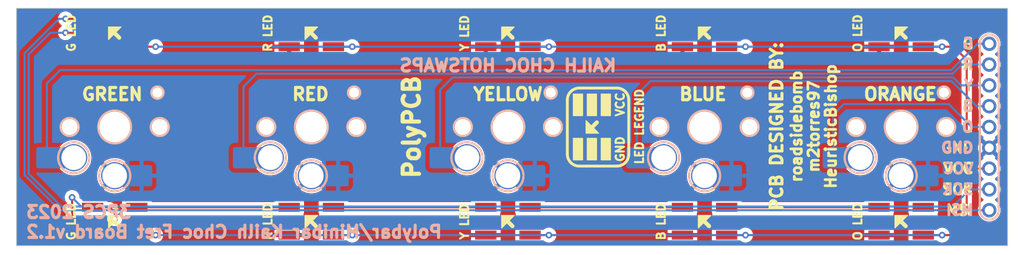
<source format=kicad_pcb>
(kicad_pcb (version 20221018) (generator pcbnew)
  (layers (0 "F.Cu" signal) (31 "B.Cu" signal) (34 "B.Paste" user) (35 "F.Paste" user) (36 "B.SilkS" user "B.Silkscreen") (37 "F.SilkS" user "F.Silkscreen") (38 "B.Mask" user) (39 "F.Mask" user) (44 "Edge.Cuts" user))
  (net 0 "")
  (net 1 "GND")
  (net 2 "Green")
  (net 3 "Red")
  (net 4 "Yellow")
  (net 5 "Blue")
  (net 6 "Orange")
  (net 7 "led_mosi")
  (net 8 "led_sck")
  (net 9 "VCC")
  (net 10 "Net-(D1-CO)")
  (net 11 "Net-(D1-DO)")
  (net 12 "Net-(D2-CO)")
  (net 13 "Net-(D2-DO)")
  (net 14 "Net-(D3-CO)")
  (net 15 "Net-(D3-DO)")
  (net 16 "Net-(D4-CO)")
  (net 17 "Net-(D4-DO)")
  (footprint "Controller_Inputs:LED_RGB_5050_DOTSTAR" (layer "F.Cu") (at 170 101.5)
    (fp_text reference "D5" hide)
    (fp_text value "orange_fret_led")
    (pad "1" smd rect (at -2.7 -1.7 90) (size 1.1 2.6) (layers "F.Cu" "F.Paste" "F.Mask") (net 17 "Net-(D4-DO)"))
    (pad "2" smd rect (at -2.7 0 90) (size 1.1 2.6) (layers "F.Cu" "F.Paste" "F.Mask") (net 16 "Net-(D4-CO)"))
    (pad "3" smd rect (at -2.7 1.7 90) (size 1.1 2.6) (layers "F.Cu" "F.Paste" "F.Mask") (net 1 "GND"))
    (pad "4" smd rect (at 2.7 1.7 90) (size 1.1 2.6) (layers "F.Cu" "F.Paste" "F.Mask") (net 9 "VCC"))
    (pad "5" smd rect (at 2.7 0 90) (size 1.1 2.6) (layers "F.Cu" "F.Paste" "F.Mask"))
    (pad "6" smd rect (at 2.7 -1.7 90) (size 1.1 2.6) (layers "F.Cu" "F.Paste" "F.Mask"))
  )
  (footprint "Controller_Inputs:LED_RGB_5050_DOTSTAR" (layer "F.Cu") (at 98 101.5)
    (fp_text reference "D2" hide)
    (fp_text value "red_fret_led")
    (pad "1" smd rect (at -2.7 -1.7 90) (size 1.1 2.6) (layers "F.Cu" "F.Paste" "F.Mask") (net 11 "Net-(D1-DO)"))
    (pad "2" smd rect (at -2.7 0 90) (size 1.1 2.6) (layers "F.Cu" "F.Paste" "F.Mask") (net 10 "Net-(D1-CO)"))
    (pad "3" smd rect (at -2.7 1.7 90) (size 1.1 2.6) (layers "F.Cu" "F.Paste" "F.Mask") (net 1 "GND"))
    (pad "4" smd rect (at 2.7 1.7 90) (size 1.1 2.6) (layers "F.Cu" "F.Paste" "F.Mask") (net 9 "VCC"))
    (pad "5" smd rect (at 2.7 0 90) (size 1.1 2.6) (layers "F.Cu" "F.Paste" "F.Mask") (net 12 "Net-(D2-CO)"))
    (pad "6" smd rect (at 2.7 -1.7 90) (size 1.1 2.6) (layers "F.Cu" "F.Paste" "F.Mask") (net 13 "Net-(D2-DO)"))
  )
  (footprint "Controller_Inputs:LED_RGB_5050_DOTSTAR" (layer "F.Cu") (at 122 101.5)
    (fp_text reference "D3" hide)
    (fp_text value "yellow_fret_led")
    (pad "1" smd rect (at -2.7 -1.7 90) (size 1.1 2.6) (layers "F.Cu" "F.Paste" "F.Mask") (net 13 "Net-(D2-DO)"))
    (pad "2" smd rect (at -2.7 0 90) (size 1.1 2.6) (layers "F.Cu" "F.Paste" "F.Mask") (net 12 "Net-(D2-CO)"))
    (pad "3" smd rect (at -2.7 1.7 90) (size 1.1 2.6) (layers "F.Cu" "F.Paste" "F.Mask") (net 1 "GND"))
    (pad "4" smd rect (at 2.7 1.7 90) (size 1.1 2.6) (layers "F.Cu" "F.Paste" "F.Mask") (net 9 "VCC"))
    (pad "5" smd rect (at 2.7 0 90) (size 1.1 2.6) (layers "F.Cu" "F.Paste" "F.Mask") (net 14 "Net-(D3-CO)"))
    (pad "6" smd rect (at 2.7 -1.7 90) (size 1.1 2.6) (layers "F.Cu" "F.Paste" "F.Mask") (net 15 "Net-(D3-DO)"))
  )
  (footprint "Controller_Inputs:LED_RGB_5050_DOTSTAR" (layer "F.Cu") (at 146 101.5)
    (fp_text reference "D4" hide)
    (fp_text value "blue_fret_led")
    (pad "1" smd rect (at -2.7 -1.7 90) (size 1.1 2.6) (layers "F.Cu" "F.Paste" "F.Mask") (net 15 "Net-(D3-DO)"))
    (pad "2" smd rect (at -2.7 0 90) (size 1.1 2.6) (layers "F.Cu" "F.Paste" "F.Mask") (net 14 "Net-(D3-CO)"))
    (pad "3" smd rect (at -2.7 1.7 90) (size 1.1 2.6) (layers "F.Cu" "F.Paste" "F.Mask") (net 1 "GND"))
    (pad "4" smd rect (at 2.7 1.7 90) (size 1.1 2.6) (layers "F.Cu" "F.Paste" "F.Mask") (net 9 "VCC"))
    (pad "5" smd rect (at 2.7 0 90) (size 1.1 2.6) (layers "F.Cu" "F.Paste" "F.Mask") (net 16 "Net-(D4-CO)"))
    (pad "6" smd rect (at 2.7 -1.7 90) (size 1.1 2.6) (layers "F.Cu" "F.Paste" "F.Mask") (net 17 "Net-(D4-DO)"))
  )
  (footprint "Controller_Inputs:Kailh_Hotswap_PG1350" (layer "F.Cu") (at 146 90)
    (fp_text reference "REF**" hide)
    (fp_text value "Kailh_socket_PG1350")
    (fp_circle (center -5.5 0) (end -4.4 0) (stroke (width 0.25)) (fill none) (layer "B.SilkS"))
    (fp_circle (center -5 3.75) (end -3.1 3.75) (stroke (width 0.25)) (fill none) (layer "B.SilkS"))
    (fp_circle (center 0 0) (end 2 0) (stroke (width 0.25)) (fill none) (layer "B.SilkS"))
    (fp_circle (center 0 5.95) (end 1.9 5.95) (stroke (width 0.25)) (fill none) (layer "B.SilkS"))
    (fp_circle (center 5.22 -4.2) (end 5.97 -4.2) (stroke (width 0.25)) (fill none) (layer "B.SilkS"))
    (fp_circle (center 5.5 0) (end 6.6 0) (stroke (width 0.25)) (fill none) (layer "B.SilkS"))
    (fp_circle (center -5.5 0) (end -4.4 0) (stroke (width 0.25)) (fill none) (layer "F.SilkS"))
    (fp_circle (center -5 3.75) (end -3.1 3.75) (stroke (width 0.25)) (fill none) (layer "F.SilkS"))
    (fp_circle (center 0 0) (end 2 0) (stroke (width 0.25)) (fill none) (layer "F.SilkS"))
    (fp_circle (center 0 5.95) (end 1.9 5.95) (stroke (width 0.25)) (fill none) (layer "F.SilkS"))
    (fp_circle (center 5.22 -4.2) (end 5.97 -4.2) (stroke (width 0.25)) (fill none) (layer "F.SilkS"))
    (fp_circle (center 5.5 0) (end 6.6 0) (stroke (width 0.25)) (fill none) (layer "F.SilkS"))
    (pad "" np_thru_hole circle (at -5.5 0) (size 1.7018 1.7018) (drill 1.7018) (layers "*.Cu" "*.Mask"))
    (pad "" np_thru_hole circle (at 0 0) (size 3.429 3.429) (drill 3.429) (layers "*.Cu" "*.Mask"))
    (pad "" np_thru_hole circle (at 5.22 -4.2) (size 0.9906 0.9906) (drill 0.9906) (layers "*.Cu" "*.Mask"))
    (pad "" np_thru_hole circle (at 5.5 0) (size 1.7018 1.7018) (drill 1.7018) (layers "*.Cu" "*.Mask"))
    (pad "1" thru_hole circle (at 0 5.95) (size 3.3 3.3) (drill 3) (layers "*.Cu" "*.Mask") (net 1 "GND"))
    (pad "1" smd rect (at 1.5475 5.95 180) (size 2.145 2.6) (layers "B.Cu") (net 1 "GND"))
    (pad "1" smd roundrect (at 3.275 5.95 180) (size 2.6 2.6) (layers "B.Cu" "B.Paste" "B.Mask") (roundrect_rratio 0.1) (net 1 "GND"))
    (pad "2" smd roundrect (at -8.275 3.75) (size 2.6 2.6) (layers "B.Cu" "B.Paste" "B.Mask") (roundrect_rratio 0.1) (net 5 "Blue"))
    (pad "2" smd rect (at -6.5475 3.75) (size 2.145 2.6) (layers "B.Cu") (net 5 "Blue"))
    (pad "2" thru_hole circle (at -5 3.75) (size 3.3 3.3) (drill 3) (layers "*.Cu" "*.Mask") (net 5 "Blue"))
  )
  (footprint "" (layer "F.Cu") (at 180.75 100.16 90)
    (fp_text reference "" (at -0.07 0 90) (layer "F.SilkS") (effects (font (size 1.27 1.27))))
    (fp_text value "" (at -0.07 0 90) (layer "F.SilkS") (effects (font (size 1.27 1.27))))
    (pad "" thru_hole circle (at 0 0 270) (size 1.7526 1.7526) (drill 1.0922) (layers "*.Cu" "*.Mask") (net 7 "led_mosi"))
  )
  (footprint "Controller_Inputs:LED_RGB_5050_DOTSTAR" (layer "F.Cu") (at 98 78.5)
    (fp_text reference "D2" hide)
    (fp_text value "red_fret_led")
    (pad "1" smd rect (at -2.7 -1.7 90) (size 1.1 2.6) (layers "F.Cu" "F.Paste" "F.Mask") (net 11 "Net-(D1-DO)"))
    (pad "2" smd rect (at -2.7 0 90) (size 1.1 2.6) (layers "F.Cu" "F.Paste" "F.Mask") (net 10 "Net-(D1-CO)"))
    (pad "3" smd rect (at -2.7 1.7 90) (size 1.1 2.6) (layers "F.Cu" "F.Paste" "F.Mask") (net 1 "GND"))
    (pad "4" smd rect (at 2.7 1.7 90) (size 1.1 2.6) (layers "F.Cu" "F.Paste" "F.Mask") (net 9 "VCC"))
    (pad "5" smd rect (at 2.7 0 90) (size 1.1 2.6) (layers "F.Cu" "F.Paste" "F.Mask") (net 12 "Net-(D2-CO)"))
    (pad "6" smd rect (at 2.7 -1.7 90) (size 1.1 2.6) (layers "F.Cu" "F.Paste" "F.Mask") (net 13 "Net-(D2-DO)"))
  )
  (footprint "Controller_Inputs:LED_RGB_5050_DOTSTAR" (layer "F.Cu") (at 74 101.5)
    (fp_text reference "D1" hide)
    (fp_text value "green_fret_led")
    (pad "1" smd rect (at -2.7 -1.7 90) (size 1.1 2.6) (layers "F.Cu" "F.Paste" "F.Mask") (net 7 "led_mosi"))
    (pad "2" smd rect (at -2.7 0 90) (size 1.1 2.6) (layers "F.Cu" "F.Paste" "F.Mask") (net 8 "led_sck"))
    (pad "3" smd rect (at -2.7 1.7 90) (size 1.1 2.6) (layers "F.Cu" "F.Paste" "F.Mask") (net 1 "GND"))
    (pad "4" smd rect (at 2.7 1.7 90) (size 1.1 2.6) (layers "F.Cu" "F.Paste" "F.Mask") (net 9 "VCC"))
    (pad "5" smd rect (at 2.7 0 90) (size 1.1 2.6) (layers "F.Cu" "F.Paste" "F.Mask") (net 10 "Net-(D1-CO)"))
    (pad "6" smd rect (at 2.7 -1.7 90) (size 1.1 2.6) (layers "F.Cu" "F.Paste" "F.Mask") (net 11 "Net-(D1-DO)"))
  )
  (footprint "Controller_Inputs:LED_RGB_5050_DOTSTAR" (layer "F.Cu") (at 146 78.5)
    (fp_text reference "D4" hide)
    (fp_text value "blue_fret_led")
    (pad "1" smd rect (at -2.7 -1.7 90) (size 1.1 2.6) (layers "F.Cu" "F.Paste" "F.Mask") (net 15 "Net-(D3-DO)"))
    (pad "2" smd rect (at -2.7 0 90) (size 1.1 2.6) (layers "F.Cu" "F.Paste" "F.Mask") (net 14 "Net-(D3-CO)"))
    (pad "3" smd rect (at -2.7 1.7 90) (size 1.1 2.6) (layers "F.Cu" "F.Paste" "F.Mask") (net 1 "GND"))
    (pad "4" smd rect (at 2.7 1.7 90) (size 1.1 2.6) (layers "F.Cu" "F.Paste" "F.Mask") (net 9 "VCC"))
    (pad "5" smd rect (at 2.7 0 90) (size 1.1 2.6) (layers "F.Cu" "F.Paste" "F.Mask") (net 16 "Net-(D4-CO)"))
    (pad "6" smd rect (at 2.7 -1.7 90) (size 1.1 2.6) (layers "F.Cu" "F.Paste" "F.Mask") (net 17 "Net-(D4-DO)"))
  )
  (footprint "Controller_Inputs:LED_RGB_5050_DOTSTAR" (layer "F.Cu") (at 170 78.5)
    (fp_text reference "D5" hide)
    (fp_text value "orange_fret_led")
    (pad "1" smd rect (at -2.7 -1.7 90) (size 1.1 2.6) (layers "F.Cu" "F.Paste" "F.Mask") (net 17 "Net-(D4-DO)"))
    (pad "2" smd rect (at -2.7 0 90) (size 1.1 2.6) (layers "F.Cu" "F.Paste" "F.Mask") (net 16 "Net-(D4-CO)"))
    (pad "3" smd rect (at -2.7 1.7 90) (size 1.1 2.6) (layers "F.Cu" "F.Paste" "F.Mask") (net 1 "GND"))
    (pad "4" smd rect (at 2.7 1.7 90) (size 1.1 2.6) (layers "F.Cu" "F.Paste" "F.Mask") (net 9 "VCC"))
    (pad "5" smd rect (at 2.7 0 90) (size 1.1 2.6) (layers "F.Cu" "F.Paste" "F.Mask"))
    (pad "6" smd rect (at 2.7 -1.7 90) (size 1.1 2.6) (layers "F.Cu" "F.Paste" "F.Mask"))
  )
  (footprint "Controller_Inputs:LED_RGB_5050_DOTSTAR" (layer "F.Cu") (at 74 78.5)
    (fp_text reference "D1" hide)
    (fp_text value "green_fret_led")
    (pad "1" smd rect (at -2.7 -1.7 90) (size 1.1 2.6) (layers "F.Cu" "F.Paste" "F.Mask") (net 7 "led_mosi"))
    (pad "2" smd rect (at -2.7 0 90) (size 1.1 2.6) (layers "F.Cu" "F.Paste" "F.Mask") (net 8 "led_sck"))
    (pad "3" smd rect (at -2.7 1.7 90) (size 1.1 2.6) (layers "F.Cu" "F.Paste" "F.Mask") (net 1 "GND"))
    (pad "4" smd rect (at 2.7 1.7 90) (size 1.1 2.6) (layers "F.Cu" "F.Paste" "F.Mask") (net 9 "VCC"))
    (pad "5" smd rect (at 2.7 0 90) (size 1.1 2.6) (layers "F.Cu" "F.Paste" "F.Mask") (net 10 "Net-(D1-CO)"))
    (pad "6" smd rect (at 2.7 -1.7 90) (size 1.1 2.6) (layers "F.Cu" "F.Paste" "F.Mask") (net 11 "Net-(D1-DO)"))
  )
  (footprint "" (layer "F.Cu") (at 180.75 90 90)
    (fp_text reference "" (at -0.07 0 90) (layer "F.SilkS") (effects (font (size 1.27 1.27))))
    (fp_text value "" (at -0.07 0 90) (layer "F.SilkS") (effects (font (size 1.27 1.27))))
    (pad "" thru_hole circle (at 0 0 270) (size 1.7526 1.7526) (drill 1.0922) (layers "*.Cu" "*.Mask") (net 6 "Orange"))
  )
  (footprint "" (layer "F.Cu") (at 180.75 95.08 90)
    (fp_text reference "" (at -0.07 0 90) (layer "F.SilkS") (effects (font (size 1.27 1.27))))
    (fp_text value "" (at -0.07 0 90) (layer "F.SilkS") (effects (font (size 1.27 1.27))))
    (pad "" thru_hole circle (at 0 0 270) (size 1.7526 1.7526) (drill 1.0922) (layers "*.Cu" "*.Mask") (net 9 "VCC"))
  )
  (footprint "Controller_Inputs:Kailh_Hotswap_PG1350" (layer "F.Cu") (at 122 90)
    (fp_text reference "REF**" hide)
    (fp_text value "Kailh_socket_PG1350")
    (fp_circle (center -5.5 0) (end -4.4 0) (stroke (width 0.25)) (fill none) (layer "B.SilkS"))
    (fp_circle (center -5 3.75) (end -3.1 3.75) (stroke (width 0.25)) (fill none) (layer "B.SilkS"))
    (fp_circle (center 0 0) (end 2 0) (stroke (width 0.25)) (fill none) (layer "B.SilkS"))
    (fp_circle (center 0 5.95) (end 1.9 5.95) (stroke (width 0.25)) (fill none) (layer "B.SilkS"))
    (fp_circle (center 5.22 -4.2) (end 5.97 -4.2) (stroke (width 0.25)) (fill none) (layer "B.SilkS"))
    (fp_circle (center 5.5 0) (end 6.6 0) (stroke (width 0.25)) (fill none) (layer "B.SilkS"))
    (fp_circle (center -5.5 0) (end -4.4 0) (stroke (width 0.25)) (fill none) (layer "F.SilkS"))
    (fp_circle (center -5 3.75) (end -3.1 3.75) (stroke (width 0.25)) (fill none) (layer "F.SilkS"))
    (fp_circle (center 0 0) (end 2 0) (stroke (width 0.25)) (fill none) (layer "F.SilkS"))
    (fp_circle (center 0 5.95) (end 1.9 5.95) (stroke (width 0.25)) (fill none) (layer "F.SilkS"))
    (fp_circle (center 5.22 -4.2) (end 5.97 -4.2) (stroke (width 0.25)) (fill none) (layer "F.SilkS"))
    (fp_circle (center 5.5 0) (end 6.6 0) (stroke (width 0.25)) (fill none) (layer "F.SilkS"))
    (pad "" np_thru_hole circle (at -5.5 0) (size 1.7018 1.7018) (drill 1.7018) (layers "*.Cu" "*.Mask"))
    (pad "" np_thru_hole circle (at 0 0) (size 3.429 3.429) (drill 3.429) (layers "*.Cu" "*.Mask"))
    (pad "" np_thru_hole circle (at 5.22 -4.2) (size 0.9906 0.9906) (drill 0.9906) (layers "*.Cu" "*.Mask"))
    (pad "" np_thru_hole circle (at 5.5 0) (size 1.7018 1.7018) (drill 1.7018) (layers "*.Cu" "*.Mask"))
    (pad "1" thru_hole circle (at 0 5.95) (size 3.3 3.3) (drill 3) (layers "*.Cu" "*.Mask") (net 1 "GND"))
    (pad "1" smd rect (at 1.5475 5.95 180) (size 2.145 2.6) (layers "B.Cu") (net 1 "GND"))
    (pad "1" smd roundrect (at 3.275 5.95 180) (size 2.6 2.6) (layers "B.Cu" "B.Paste" "B.Mask") (roundrect_rratio 0.1) (net 1 "GND"))
    (pad "2" smd roundrect (at -8.275 3.75) (size 2.6 2.6) (layers "B.Cu" "B.Paste" "B.Mask") (roundrect_rratio 0.1) (net 4 "Yellow"))
    (pad "2" smd rect (at -6.5475 3.75) (size 2.145 2.6) (layers "B.Cu") (net 4 "Yellow"))
    (pad "2" thru_hole circle (at -5 3.75) (size 3.3 3.3) (drill 3) (layers "*.Cu" "*.Mask") (net 4 "Yellow"))
  )
  (footprint "Controller_Inputs:Kailh_Hotswap_PG1350" (layer "F.Cu") (at 74 90)
    (fp_text reference "REF**" hide)
    (fp_text value "Kailh_socket_PG1350")
    (fp_circle (center -5.5 0) (end -4.4 0) (stroke (width 0.25)) (fill none) (layer "B.SilkS"))
    (fp_circle (center -5 3.75) (end -3.1 3.75) (stroke (width 0.25)) (fill none) (layer "B.SilkS"))
    (fp_circle (center 0 0) (end 2 0) (stroke (width 0.25)) (fill none) (layer "B.SilkS"))
    (fp_circle (center 0 5.95) (end 1.9 5.95) (stroke (width 0.25)) (fill none) (layer "B.SilkS"))
    (fp_circle (center 5.22 -4.2) (end 5.97 -4.2) (stroke (width 0.25)) (fill none) (layer "B.SilkS"))
    (fp_circle (center 5.5 0) (end 6.6 0) (stroke (width 0.25)) (fill none) (layer "B.SilkS"))
    (fp_circle (center -5.5 0) (end -4.4 0) (stroke (width 0.25)) (fill none) (layer "F.SilkS"))
    (fp_circle (center -5 3.75) (end -3.1 3.75) (stroke (width 0.25)) (fill none) (layer "F.SilkS"))
    (fp_circle (center 0 0) (end 2 0) (stroke (width 0.25)) (fill none) (layer "F.SilkS"))
    (fp_circle (center 0 5.95) (end 1.9 5.95) (stroke (width 0.25)) (fill none) (layer "F.SilkS"))
    (fp_circle (center 5.22 -4.2) (end 5.97 -4.2) (stroke (width 0.25)) (fill none) (layer "F.SilkS"))
    (fp_circle (center 5.5 0) (end 6.6 0) (stroke (width 0.25)) (fill none) (layer "F.SilkS"))
    (pad "" np_thru_hole circle (at -5.5 0) (size 1.7018 1.7018) (drill 1.7018) (layers "*.Cu" "*.Mask"))
    (pad "" np_thru_hole circle (at 0 0) (size 3.429 3.429) (drill 3.429) (layers "*.Cu" "*.Mask"))
    (pad "" np_thru_hole circle (at 5.22 -4.2) (size 0.9906 0.9906) (drill 0.9906) (layers "*.Cu" "*.Mask"))
    (pad "" np_thru_hole circle (at 5.5 0) (size 1.7018 1.7018) (drill 1.7018) (layers "*.Cu" "*.Mask"))
    (pad "1" thru_hole circle (at 0 5.95) (size 3.3 3.3) (drill 3) (layers "*.Cu" "*.Mask") (net 1 "GND"))
    (pad "1" smd rect (at 1.5475 5.95 180) (size 2.145 2.6) (layers "B.Cu") (net 1 "GND"))
    (pad "1" smd roundrect (at 3.275 5.95 180) (size 2.6 2.6) (layers "B.Cu" "B.Paste" "B.Mask") (roundrect_rratio 0.1) (net 1 "GND"))
    (pad "2" smd roundrect (at -8.275 3.75) (size 2.6 2.6) (layers "B.Cu" "B.Paste" "B.Mask") (roundrect_rratio 0.1) (net 2 "Green"))
    (pad "2" smd rect (at -6.5475 3.75) (size 2.145 2.6) (layers "B.Cu") (net 2 "Green"))
    (pad "2" thru_hole circle (at -5 3.75) (size 3.3 3.3) (drill 3) (layers "*.Cu" "*.Mask") (net 2 "Green"))
  )
  (footprint "" (layer "F.Cu") (at 180.75 92.54 90)
    (fp_text reference "" (at -0.07 0 90) (layer "F.SilkS") (effects (font (size 1.27 1.27))))
    (fp_text value "" (at -0.07 0 90) (layer "F.SilkS") (effects (font (size 1.27 1.27))))
    (pad "" thru_hole circle (at 0 0 270) (size 1.7526 1.7526) (drill 1.0922) (layers "*.Cu" "*.Mask") (net 1 "GND"))
  )
  (footprint "Controller_Inputs:Kailh_Hotswap_PG1350" (layer "F.Cu") (at 98 90)
    (fp_text reference "REF**" hide)
    (fp_text value "Kailh_socket_PG1350")
    (fp_circle (center -5.5 0) (end -4.4 0) (stroke (width 0.25)) (fill none) (layer "B.SilkS"))
    (fp_circle (center -5 3.75) (end -3.1 3.75) (stroke (width 0.25)) (fill none) (layer "B.SilkS"))
    (fp_circle (center 0 0) (end 2 0) (stroke (width 0.25)) (fill none) (layer "B.SilkS"))
    (fp_circle (center 0 5.95) (end 1.9 5.95) (stroke (width 0.25)) (fill none) (layer "B.SilkS"))
    (fp_circle (center 5.22 -4.2) (end 5.97 -4.2) (stroke (width 0.25)) (fill none) (layer "B.SilkS"))
    (fp_circle (center 5.5 0) (end 6.6 0) (stroke (width 0.25)) (fill none) (layer "B.SilkS"))
    (fp_circle (center -5.5 0) (end -4.4 0) (stroke (width 0.25)) (fill none) (layer "F.SilkS"))
    (fp_circle (center -5 3.75) (end -3.1 3.75) (stroke (width 0.25)) (fill none) (layer "F.SilkS"))
    (fp_circle (center 0 0) (end 2 0) (stroke (width 0.25)) (fill none) (layer "F.SilkS"))
    (fp_circle (center 0 5.95) (end 1.9 5.95) (stroke (width 0.25)) (fill none) (layer "F.SilkS"))
    (fp_circle (center 5.22 -4.2) (end 5.97 -4.2) (stroke (width 0.25)) (fill none) (layer "F.SilkS"))
    (fp_circle (center 5.5 0) (end 6.6 0) (stroke (width 0.25)) (fill none) (layer "F.SilkS"))
    (pad "" np_thru_hole circle (at -5.5 0) (size 1.7018 1.7018) (drill 1.7018) (layers "*.Cu" "*.Mask"))
    (pad "" np_thru_hole circle (at 0 0) (size 3.429 3.429) (drill 3.429) (layers "*.Cu" "*.Mask"))
    (pad "" np_thru_hole circle (at 5.22 -4.2) (size 0.9906 0.9906) (drill 0.9906) (layers "*.Cu" "*.Mask"))
    (pad "" np_thru_hole circle (at 5.5 0) (size 1.7018 1.7018) (drill 1.7018) (layers "*.Cu" "*.Mask"))
    (pad "1" thru_hole circle (at 0 5.95) (size 3.3 3.3) (drill 3) (layers "*.Cu" "*.Mask") (net 1 "GND"))
    (pad "1" smd rect (at 1.5475 5.95 180) (size 2.145 2.6) (layers "B.Cu") (net 1 "GND"))
    (pad "1" smd roundrect (at 3.275 5.95 180) (size 2.6 2.6) (layers "B.Cu" "B.Paste" "B.Mask") (roundrect_rratio 0.1) (net 1 "GND"))
    (pad "2" smd roundrect (at -8.275 3.75) (size 2.6 2.6) (layers "B.Cu" "B.Paste" "B.Mask") (roundrect_rratio 0.1) (net 3 "Red"))
    (pad "2" smd rect (at -6.5475 3.75) (size 2.145 2.6) (layers "B.Cu") (net 3 "Red"))
    (pad "2" thru_hole circle (at -5 3.75) (size 3.3 3.3) (drill 3) (layers "*.Cu" "*.Mask") (net 3 "Red"))
  )
  (footprint "" (layer "F.Cu") (at 180.75 97.62 90)
    (fp_text reference "" (at -0.07 0 90) (layer "F.SilkS") (effects (font (size 1.27 1.27))))
    (fp_text value "" (at -0.07 0 90) (layer "F.SilkS") (effects (font (size 1.27 1.27))))
    (pad "" thru_hole circle (at 0 0 270) (size 1.7526 1.7526) (drill 1.0922) (layers "*.Cu" "*.Mask") (net 8 "led_sck"))
  )
  (footprint "Controller_Inputs:LED_RGB_5050_DOTSTAR" (layer "F.Cu") (at 122 78.5)
    (fp_text reference "D3" hide)
    (fp_text value "yellow_fret_led")
    (pad "1" smd rect (at -2.7 -1.7 90) (size 1.1 2.6) (layers "F.Cu" "F.Paste" "F.Mask") (net 13 "Net-(D2-DO)"))
    (pad "2" smd rect (at -2.7 0 90) (size 1.1 2.6) (layers "F.Cu" "F.Paste" "F.Mask") (net 12 "Net-(D2-CO)"))
    (pad "3" smd rect (at -2.7 1.7 90) (size 1.1 2.6) (layers "F.Cu" "F.Paste" "F.Mask") (net 1 "GND"))
    (pad "4" smd rect (at 2.7 1.7 90) (size 1.1 2.6) (layers "F.Cu" "F.Paste" "F.Mask") (net 9 "VCC"))
    (pad "5" smd rect (at 2.7 0 90) (size 1.1 2.6) (layers "F.Cu" "F.Paste" "F.Mask") (net 14 "Net-(D3-CO)"))
    (pad "6" smd rect (at 2.7 -1.7 90) (size 1.1 2.6) (layers "F.Cu" "F.Paste" "F.Mask") (net 15 "Net-(D3-DO)"))
  )
  (footprint "" (layer "F.Cu") (at 180.75 87.46 90)
    (fp_text reference "" (at -0.07 0 90) (layer "F.SilkS") (effects (font (size 1.27 1.27))))
    (fp_text value "" (at -0.07 0 90) (layer "F.SilkS") (effects (font (size 1.27 1.27))))
    (pad "" thru_hole circle (at 0 0 270) (size 1.7526 1.7526) (drill 1.0922) (layers "*.Cu" "*.Mask") (net 5 "Blue"))
  )
  (footprint "Controller_Inputs:Kailh_Hotswap_PG1350" (layer "F.Cu") (at 170 90)
    (fp_text reference "REF**" hide)
    (fp_text value "Kailh_socket_PG1350")
    (fp_circle (center -5.5 0) (end -4.4 0) (stroke (width 0.25)) (fill none) (layer "B.SilkS"))
    (fp_circle (center -5 3.75) (end -3.1 3.75) (stroke (width 0.25)) (fill none) (layer "B.SilkS"))
    (fp_circle (center 0 0) (end 2 0) (stroke (width 0.25)) (fill none) (layer "B.SilkS"))
    (fp_circle (center 0 5.95) (end 1.9 5.95) (stroke (width 0.25)) (fill none) (layer "B.SilkS"))
    (fp_circle (center 5.22 -4.2) (end 5.97 -4.2) (stroke (width 0.25)) (fill none) (layer "B.SilkS"))
    (fp_circle (center 5.5 0) (end 6.6 0) (stroke (width 0.25)) (fill none) (layer "B.SilkS"))
    (fp_circle (center -5.5 0) (end -4.4 0) (stroke (width 0.25)) (fill none) (layer "F.SilkS"))
    (fp_circle (center -5 3.75) (end -3.1 3.75) (stroke (width 0.25)) (fill none) (layer "F.SilkS"))
    (fp_circle (center 0 0) (end 2 0) (stroke (width 0.25)) (fill none) (layer "F.SilkS"))
    (fp_circle (center 0 5.95) (end 1.9 5.95) (stroke (width 0.25)) (fill none) (layer "F.SilkS"))
    (fp_circle (center 5.22 -4.2) (end 5.97 -4.2) (stroke (width 0.25)) (fill none) (layer "F.SilkS"))
    (fp_circle (center 5.5 0) (end 6.6 0) (stroke (width 0.25)) (fill none) (layer "F.SilkS"))
    (pad "" np_thru_hole circle (at -5.5 0) (size 1.7018 1.7018) (drill 1.7018) (layers "*.Cu" "*.Mask"))
    (pad "" np_thru_hole circle (at 0 0) (size 3.429 3.429) (drill 3.429) (layers "*.Cu" "*.Mask"))
    (pad "" np_thru_hole circle (at 5.22 -4.2) (size 0.9906 0.9906) (drill 0.9906) (layers "F&B.Cu" "*.Mask"))
    (pad "" np_thru_hole circle (at 5.5 0) (size 1.7018 1.7018) (drill 1.7018) (layers "*.Cu" "*.Mask"))
    (pad "1" thru_hole circle (at 0 5.95) (size 3.3 3.3) (drill 3) (layers "*.Cu" "*.Mask") (net 1 "GND"))
    (pad "1" smd rect (at 1.5475 5.95 180) (size 2.145 2.6) (layers "B.Cu") (net 1 "GND"))
    (pad "1" smd roundrect (at 3.275 5.95 180) (size 2.6 2.6) (layers "B.Cu" "B.Paste" "B.Mask") (roundrect_rratio 0.1) (net 1 "GND"))
    (pad "2" smd roundrect (at -8.275 3.75) (size 2.6 2.6) (layers "B.Cu" "B.Paste" "B.Mask") (roundrect_rratio 0.1) (net 6 "Orange"))
    (pad "2" smd rect (at -6.5475 3.75) (size 2.145 2.6) (layers "B.Cu") (net 6 "Orange"))
    (pad "2" thru_hole circle (at -5 3.75) (size 3.3 3.3) (drill 3) (layers "*.Cu" "*.Mask") (net 6 "Orange"))
  )
  (footprint "" (layer "F.Cu") (at 180.75 84.92 90)
    (fp_text reference "" (at -0.07 0 90) (layer "F.SilkS") (effects (font (size 1.27 1.27))))
    (fp_text value "" (at -0.07 0 90) (layer "F.SilkS") (effects (font (size 1.27 1.27))))
    (pad "" thru_hole circle (at 0 0 270) (size 1.7526 1.7526) (drill 1.0922) (layers "*.Cu" "*.Mask") (net 4 "Yellow"))
  )
  (footprint "" (layer "F.Cu") (at 180.75 79.84 90)
    (fp_text reference "" (at -0.07 0 90) (layer "F.SilkS") (effects (font (size 1.27 1.27))))
    (fp_text value "" (at -0.07 0 90) (layer "F.SilkS") (effects (font (size 1.27 1.27))))
    (pad "" thru_hole circle (at 0 0 270) (size 1.7526 1.7526) (drill 1.0922) (layers "*.Cu" "*.Mask") (net 2 "Green"))
  )
  (footprint "" (layer "F.Cu") (at 180.75 82.38 90)
    (fp_text reference "" (at -0.07 0 90) (layer "F.SilkS") (effects (font (size 1.27 1.27))))
    (fp_text value "" (at -0.07 0 90) (layer "F.SilkS") (effects (font (size 1.27 1.27))))
    (pad "" thru_hole circle (at 0 0 270) (size 1.7526 1.7526) (drill 1.0922) (layers "*.Cu" "*.Mask") (net 3 "Red"))
  )
  (gr_line (start 181.91 100.16) (end 181.91 79.84) (stroke (width 0.25)) (layer "B.SilkS"))
  (gr_arc (start 179.61 79.84) (mid 180.76 78.69) (end 181.91 79.84) (stroke (width 0.25)) (layer "B.SilkS"))
  (gr_arc (start 181.91 100.16) (mid 180.76 101.31) (end 179.61 100.16) (stroke (width 0.25)) (layer "B.SilkS"))
  (gr_line (start 179.61 100.16) (end 179.61 79.84) (stroke (width 0.25)) (layer "B.SilkS"))
  (gr_line (start 145.25 100.8) (end 146.75 100.8) (stroke (width 0.12)) (layer "F.SilkS"))
  (gr_poly (pts (xy 169.25 102.3) (xy 169.25 100.8) (xy 170.75 100.8)) (stroke (width 0.12)) (fill solid) (layer "F.SilkS"))
  (gr_line (start 169.25 77.8) (end 170.75 77.8) (stroke (width 0.12)) (layer "F.SilkS"))
  (gr_poly (pts (xy 97.25 79.3) (xy 97.25 77.8) (xy 98.75 77.8)) (stroke (width 0.12)) (fill solid) (layer "F.SilkS"))
  (gr_poly (pts (xy 133.05 90.75) (xy 131.55 90.75) (xy 131.55 89.25)) (stroke (width 0.12)) (fill solid) (layer "F.SilkS"))
  (gr_line (start 169.25 100.8) (end 170.75 100.8) (stroke (width 0.12)) (layer "F.SilkS"))
  (gr_line (start 121.875 78.425) (end 122.55 79.1) (stroke (width 0.5)) (layer "F.SilkS"))
  (gr_line (start 121.25 77.8) (end 122.75 77.8) (stroke (width 0.12)) (layer "F.SilkS"))
  (gr_line (start 130.7 85.25) (end 135.3 85.25) (stroke (width 0.35)) (layer "F.SilkS"))
  (gr_line (start 73.25 102.3) (end 73.25 100.8) (stroke (width 0.12)) (layer "F.SilkS"))
  (gr_line (start 131.55 89.25) (end 133.05 90.75) (stroke (width 0.12)) (layer "F.SilkS"))
  (gr_rect (start 130 91.4) (end 131.1 94) (stroke (width 0.15)) (fill solid) (layer "F.SilkS"))
  (gr_line (start 132.175 90.125) (end 132.85 89.45) (stroke (width 0.5)) (layer "F.SilkS"))
  (gr_line (start 145.25 102.3) (end 145.25 100.8) (stroke (width 0.12)) (layer "F.SilkS"))
  (gr_line (start 73.25 79.3) (end 73.25 77.8) (stroke (width 0.12)) (layer "F.SilkS"))
  (gr_line (start 169.25 102.3) (end 169.25 100.8) (stroke (width 0.12)) (layer "F.SilkS"))
  (gr_line (start 121.875 101.425) (end 122.55 102.1) (stroke (width 0.5)) (layer "F.SilkS"))
  (gr_arc (start 181.9 100.16) (mid 180.75 101.31) (end 179.6 100.16) (stroke (width 0.25)) (layer "F.SilkS"))
  (gr_line (start 179.6 79.84) (end 179.6 100.16) (stroke (width 0.25)) (layer "F.SilkS"))
  (gr_poly (pts (xy 145.25 102.3) (xy 145.25 100.8) (xy 146.75 100.8)) (stroke (width 0.12)) (fill solid) (layer "F.SilkS"))
  (gr_line (start 73.25 100.8) (end 74.75 100.8) (stroke (width 0.12)) (layer "F.SilkS"))
  (gr_poly (pts (xy 145.25 79.3) (xy 145.25 77.8) (xy 146.75 77.8)) (stroke (width 0.12)) (fill solid) (layer "F.SilkS"))
  (gr_arc (start 135.3 85.25) (mid 136.325305 85.674695) (end 136.75 86.7) (stroke (width 0.35)) (layer "F.SilkS"))
  (gr_line (start 170.75 77.8) (end 169.25 79.3) (stroke (width 0.12)) (layer "F.SilkS"))
  (gr_arc (start 179.6 79.84) (mid 180.75 78.69) (end 181.9 79.84) (stroke (width 0.25)) (layer "F.SilkS"))
  (gr_poly (pts (xy 169.25 79.3) (xy 169.25 77.8) (xy 170.75 77.8)) (stroke (width 0.12)) (fill solid) (layer "F.SilkS"))
  (gr_line (start 181.9 79.84) (end 181.9 100.16) (stroke (width 0.25)) (layer "F.SilkS"))
  (gr_poly (pts (xy 97.25 102.3) (xy 97.25 100.8) (xy 98.75 100.8)) (stroke (width 0.12)) (fill solid) (layer "F.SilkS"))
  (gr_line (start 145.25 77.8) (end 146.75 77.8) (stroke (width 0.12)) (layer "F.SilkS"))
  (gr_line (start 130.7 94.7754) (end 135.3 94.7754) (stroke (width 0.35)) (layer "F.SilkS"))
  (gr_line (start 74.75 100.8) (end 73.25 102.3) (stroke (width 0.12)) (layer "F.SilkS"))
  (gr_rect (start 133.4 91.4) (end 134.5 94) (stroke (width 0.15)) (fill solid) (layer "F.SilkS"))
  (gr_line (start 73.25 77.8) (end 74.75 77.8) (stroke (width 0.12)) (layer "F.SilkS"))
  (gr_line (start 145.25 79.3) (end 145.25 77.8) (stroke (width 0.12)) (layer "F.SilkS"))
  (gr_line (start 121.25 102.3) (end 121.25 100.8) (stroke (width 0.12)) (layer "F.SilkS"))
  (gr_line (start 146.75 100.8) (end 145.25 102.3) (stroke (width 0.12)) (layer "F.SilkS"))
  (gr_line (start 122.75 100.8) (end 121.25 102.3) (stroke (width 0.12)) (layer "F.SilkS"))
  (gr_line (start 74.75 77.8) (end 73.25 79.3) (stroke (width 0.12)) (layer "F.SilkS"))
  (gr_line (start 169.875 78.425) (end 170.55 79.1) (stroke (width 0.5)) (layer "F.SilkS"))
  (gr_line (start 136.75 93.3254) (end 136.75 86.7) (stroke (width 0.35)) (layer "F.SilkS"))
  (gr_line (start 121.25 79.3) (end 121.25 77.8) (stroke (width 0.12)) (layer "F.SilkS"))
  (gr_line (start 97.25 102.3) (end 97.25 100.8) (stroke (width 0.12)) (layer "F.SilkS"))
  (gr_arc (start 130.7 94.7754) (mid 129.674695 94.350705) (end 129.25 93.3254) (stroke (width 0.35)) (layer "F.SilkS"))
  (gr_rect (start 133.4 86) (end 134.5 88.6) (stroke (width 0.15)) (fill solid) (layer "F.SilkS"))
  (gr_line (start 133.05 90.75) (end 131.55 90.75) (stroke (width 0.12)) (layer "F.SilkS"))
  (gr_line (start 129.25 86.7) (end 129.25 93.3254) (stroke (width 0.35)) (layer "F.SilkS"))
  (gr_line (start 170.75 100.8) (end 169.25 102.3) (stroke (width 0.12)) (layer "F.SilkS"))
  (gr_line (start 98.75 100.8) (end 97.25 102.3) (stroke (width 0.12)) (layer "F.SilkS"))
  (gr_rect (start 131.7 86) (end 132.8 88.6) (stroke (width 0.15)) (fill solid) (layer "F.SilkS"))
  (gr_line (start 97.25 79.3) (end 97.25 77.8) (stroke (width 0.12)) (layer "F.SilkS"))
  (gr_line (start 97.875 78.425) (end 98.55 79.1) (stroke (width 0.5)) (layer "F.SilkS"))
  (gr_poly (pts (xy 121.25 79.3) (xy 121.25 77.8) (xy 122.75 77.8)) (stroke (width 0.12)) (fill solid) (layer "F.SilkS"))
  (gr_line (start 145.875 101.425) (end 146.55 102.1) (stroke (width 0.5)) (layer "F.SilkS"))
  (gr_line (start 145.875 78.425) (end 146.55 79.1) (stroke (width 0.5)) (layer "F.SilkS"))
  (gr_line (start 122.75 77.8) (end 121.25 79.3) (stroke (width 0.12)) (layer "F.SilkS"))
  (gr_poly (pts (xy 73.25 102.3) (xy 73.25 100.8) (xy 74.75 100.8)) (stroke (width 0.12)) (fill solid) (layer "F.SilkS"))
  (gr_arc (start 136.75 93.3254) (mid 136.325305 94.350705) (end 135.3 94.7754) (stroke (width 0.35)) (layer "F.SilkS"))
  (gr_line (start 169.875 101.425) (end 170.55 102.1) (stroke (width 0.5)) (layer "F.SilkS"))
  (gr_poly (pts (xy 121.25 102.3) (xy 121.25 100.8) (xy 122.75 100.8)) (stroke (width 0.12)) (fill solid) (layer "F.SilkS"))
  (gr_line (start 73.875 101.425) (end 74.55 102.1) (stroke (width 0.5)) (layer "F.SilkS"))
  (gr_line (start 169.25 79.3) (end 169.25 77.8) (stroke (width 0.12)) (layer "F.SilkS"))
  (gr_line (start 98.75 77.8) (end 97.25 79.3) (stroke (width 0.12)) (layer "F.SilkS"))
  (gr_line (start 146.75 77.8) (end 145.25 79.3) (stroke (width 0.12)) (layer "F.SilkS"))
  (gr_line (start 97.25 77.8) (end 98.75 77.8) (stroke (width 0.12)) (layer "F.SilkS"))
  (gr_rect (start 130 86) (end 131.1 88.6) (stroke (width 0.15)) (fill solid) (layer "F.SilkS"))
  (gr_line (start 97.875 101.425) (end 98.55 102.1) (stroke (width 0.5)) (layer "F.SilkS"))
  (gr_line (start 121.25 100.8) (end 122.75 100.8) (stroke (width 0.12)) (layer "F.SilkS"))
  (gr_arc (start 129.25 86.7) (mid 129.674695 85.674695) (end 130.7 85.25) (stroke (width 0.35)) (layer "F.SilkS"))
  (gr_poly (pts (xy 73.25 79.3) (xy 73.25 77.8) (xy 74.75 77.8)) (stroke (width 0.12)) (fill solid) (layer "F.SilkS"))
  (gr_line (start 73.875 78.425) (end 74.55 79.1) (stroke (width 0.5)) (layer "F.SilkS"))
  (gr_line (start 131.55 90.75) (end 131.55 89.25) (stroke (width 0.12)) (layer "F.SilkS"))
  (gr_line (start 97.25 100.8) (end 98.75 100.8) (stroke (width 0.12)) (layer "F.SilkS"))
  (gr_rect (start 131.7 91.4) (end 132.8 94) (stroke (width 0.15)) (fill solid) (layer "F.SilkS"))
  (gr_line (start 183 75.5) (end 183 104.5) (stroke (width 0.1)) (layer "Edge.Cuts"))
  (gr_line (start 62 104.5) (end 62 75.5) (stroke (width 0.1)) (layer "Edge.Cuts"))
  (gr_line (start 62 75.5) (end 183 75.5) (stroke (width 0.1)) (layer "Edge.Cuts"))
  (gr_line (start 183 104.5) (end 62 104.5) (stroke (width 0.1)) (layer "Edge.Cuts"))
  (gr_text "" (at 180.75 97.62) (layer "B.SilkS") (effects (font (size 1.27 1.27)) (justify mirror)))
  (gr_text "" (at 180.75 92.54) (layer "B.SilkS") (effects (font (size 1.27 1.27)) (justify mirror)))
  (gr_text "" (at 180.75 100.16) (layer "B.SilkS") (effects (font (size 1.27 1.27)) (justify mirror)))
  (gr_text "VCC" (at 179 95.06) (layer "B.SilkS") (effects (font (size 1.27 1.27) (thickness 0.3175) bold) (justify left mirror)))
  (gr_text "" (at 180.75 97.62) (layer "B.SilkS") (effects (font (size 1.27 1.27)) (justify mirror)))
  (gr_text "R" (at 179 82.36) (layer "B.SilkS") (effects (font (size 1.27 1.27) (thickness 0.3175) bold) (justify left mirror)))
  (gr_text "KAILH CHOC HOTSWAPS" (at 122 82.5) (layer "B.SilkS") (effects (font (size 1.5 1.5) (thickness 0.375) bold) (justify mirror)))
  (gr_text "" (at 180.75 87.46) (layer "B.SilkS") (effects (font (size 1.27 1.27)) (justify mirror)))
  (gr_text "" (at 180.75 79.84) (layer "B.SilkS") (effects (font (size 1.27 1.27)) (justify mirror)))
  (gr_text "B" (at 179 87.44) (layer "B.SilkS") (effects (font (size 1.27 1.27) (thickness 0.3175) bold) (justify left mirror)))
  (gr_text "G" (at 179 79.82) (layer "B.SilkS") (effects (font (size 1.27 1.27) (thickness 0.3175) bold) (justify left mirror)))
  (gr_text "" (at 180.75 90) (layer "B.SilkS") (effects (font (size 1.27 1.27)) (justify mirror)))
  (gr_text "" (at 180.75 95.08) (layer "B.SilkS") (effects (font (size 1.27 1.27)) (justify mirror)))
  (gr_text "O" (at 179 89.98) (layer "B.SilkS") (effects (font (size 1.27 1.27) (thickness 0.3175) bold) (justify left mirror)))
  (gr_text "" (at 180.75 82.38) (layer "B.SilkS") (effects (font (size 1.27 1.27)) (justify mirror)))
  (gr_text "Y" (at 179 84.9) (layer "B.SilkS") (effects (font (size 1.27 1.27) (thickness 0.3175) bold) (justify left mirror)))
  (gr_text "SCK" (at 179 97.6) (layer "B.SilkS") (effects (font (size 1.27 1.27) (thickness 0.3175) bold) (justify left mirror)))
  (gr_text "" (at 180.75 90) (layer "B.SilkS") (effects (font (size 1.27 1.27)) (justify mirror)))
  (gr_text "" (at 180.75 92.54) (layer "B.SilkS") (effects (font (size 1.27 1.27)) (justify mirror)))
  (gr_text "3PCS 2023\nPolybar/Minibar Kailh Choc Fret Board v1.2" (at 63 101.6) (layer "B.SilkS") (effects (font (size 1.5 1.5) (thickness 0.375) bold) (justify right mirror)))
  (gr_text "" (at 180.75 82.38) (layer "B.SilkS") (effects (font (size 1.27 1.27)) (justify mirror)))
  (gr_text "" (at 180.75 95.08) (layer "B.SilkS") (effects (font (size 1.27 1.27)) (justify mirror)))
  (gr_text "" (at 180.75 84.92) (layer "B.SilkS") (effects (font (size 1.27 1.27)) (justify mirror)))
  (gr_text "" (at 180.75 84.92) (layer "B.SilkS") (effects (font (size 1.27 1.27)) (justify mirror)))
  (gr_text "" (at 180.75 87.46) (layer "B.SilkS") (effects (font (size 1.27 1.27)) (justify mirror)))
  (gr_text "GND" (at 179 92.52) (layer "B.SilkS") (effects (font (size 1.27 1.27) (thickness 0.3175) bold) (justify left mirror)))
  (gr_text "" (at 180.75 100.16) (layer "B.SilkS") (effects (font (size 1.27 1.27)) (justify mirror)))
  (gr_text "" (at 180.75 79.84) (layer "B.SilkS") (effects (font (size 1.27 1.27)) (justify mirror)))
  (gr_text "MSI" (at 179 100.14) (layer "B.SilkS") (effects (font (size 1.27 1.27) (thickness 0.3175) bold) (justify left mirror)))
  (gr_text "LED LEGEND" (at 138.05 89.95 90) (layer "F.SilkS") (effects (font (size 1 1) (thickness 0.25) bold)))
  (gr_text "R" (at 179 82.38) (layer "F.SilkS") (effects (font (size 1.27 1.27) (thickness 0.3175) bold) (justify right)))
  (gr_text "Y LED" (at 116.7 101.55 90) (layer "F.SilkS") (effects (font (size 1 1) (thickness 0.25) bold)))
  (gr_text "VCC" (at 135.7 87.25 90) (layer "F.SilkS") (effects (font (size 1 1) (thickness 0.25) bold)))
  (gr_text "GREEN" (at 73.7 86) (layer "F.SilkS") (effects (font (size 1.5 1.5) (thickness 0.375) bold)))
  (gr_text "Y" (at 179 84.92) (layer "F.SilkS") (effects (font (size 1.27 1.27) (thickness 0.3175) bold) (justify right)))
  (gr_text "O LED" (at 164.7 101.55 90) (layer "F.SilkS") (effects (font (size 1 1) (thickness 0.25) bold)))
  (gr_text "B LED" (at 140.7 78.55 90) (layer "F.SilkS") (effects (font (size 1 1) (thickness 0.25) bold)))
  (gr_text "roadsidebomb\nm2torres97\nHeuristicBishop" (at 159.325 89.925 90) (layer "F.SilkS") (effects (font (size 1.3 1.3) (thickness 0.325) bold)))
  (gr_text "Y LED" (at 116.7 78.55 90) (layer "F.SilkS") (effects (font (size 1 1) (thickness 0.25) bold)))
  (gr_text "R LED" (at 92.7 78.55 90) (layer "F.SilkS") (effects (font (size 1 1) (thickness 0.25) bold)))
  (gr_text "G LED" (at 68.7 101.55 90) (layer "F.SilkS") (effects (font (size 1 1) (thickness 0.25) bold)))
  (gr_text "GND" (at 179 92.54) (layer "F.SilkS") (effects (font (size 1.27 1.27) (thickness 0.3175) bold) (justify right)))
  (gr_text "O LED" (at 164.7 78.55 90) (layer "F.SilkS") (effects (font (size 1 1) (thickness 0.25) bold)))
  (gr_text "B" (at 179 87.46) (layer "F.SilkS") (effects (font (size 1.27 1.27) (thickness 0.3175) bold) (justify right)))
  (gr_text "BLUE" (at 145.8 86) (layer "F.SilkS") (effects (font (size 1.5 1.5) (thickness 0.375) bold)))
  (gr_text "G" (at 179 79.84) (layer "F.SilkS") (effects (font (size 1.27 1.27) (thickness 0.3175) bold) (justify right)))
  (gr_text "O" (at 179 90) (layer "F.SilkS") (effects (font (size 1.27 1.27) (thickness 0.3175) bold) (justify right)))
  (gr_text "RED" (at 97.9 86) (layer "F.SilkS") (effects (font (size 1.5 1.5) (thickness 0.375) bold)))
  (gr_text "VCC" (at 179 95.08) (layer "F.SilkS") (effects (font (size 1.27 1.27) (thickness 0.3175) bold) (justify right)))
  (gr_text "R LED" (at 92.7 101.55 90) (layer "F.SilkS") (effects (font (size 1 1) (thickness 0.25) bold)))
  (gr_text "G LED" (at 68.7 78.55 90) (layer "F.SilkS") (effects (font (size 1 1) (thickness 0.25) bold)))
  (gr_text "MSI" (at 179 100.16) (layer "F.SilkS") (effects (font (size 1.27 1.27) (thickness 0.3175) bold) (justify right)))
  (gr_text "ORANGE" (at 169.9 86) (layer "F.SilkS") (effects (font (size 1.5 1.5) (thickness 0.375) bold)))
  (gr_text "PCB DESIGNED BY:" (at 154.8 89.925 90) (layer "F.SilkS") (effects (font (size 1.45 1.45) (thickness 0.3625) bold)))
  (gr_text "SCK" (at 179 97.62) (layer "F.SilkS") (effects (font (size 1.27 1.27) (thickness 0.3175) bold) (justify right)))
  (gr_text "YELLOW" (at 122 86) (layer "F.SilkS") (effects (font (size 1.5 1.5) (thickness 0.375) bold)))
  (gr_text "PolyPCB" (at 110.25 90 90) (layer "F.SilkS") (effects (font (size 2 2) (thickness 0.5) bold)))
  (gr_text "B LED" (at 140.7 101.55 90) (layer "F.SilkS") (effects (font (size 1 1) (thickness 0.25) bold)))
  (gr_text "GND" (at 135.7 92.7 90) (layer "F.SilkS") (effects (font (size 1 1) (thickness 0.25) bold)))
  (segment (start 179.323604 79.84) (end 176.113604 83.05) (width 0.25) (layer "B.Cu") (net 2))
  (segment (start 176.113604 83.05) (end 67.35 83.05) (width 0.25) (layer "B.Cu") (net 2))
  (segment (start 65.725 84.675) (end 65.725 93.75) (width 0.25) (layer "B.Cu") (net 2))
  (segment (start 67.35 83.05) (end 65.725 84.675) (width 0.25) (layer "B.Cu") (net 2))
  (segment (start 180.75 79.84) (end 179.323604 79.84) (width 0.25) (layer "B.Cu") (net 2))
  (segment (start 180.75 82.38) (end 177.42 82.38) (width 0.25) (layer "B.Cu") (net 3))
  (segment (start 176.3 83.5) (end 91.3 83.5) (width 0.25) (layer "B.Cu") (net 3))
  (segment (start 91.3 83.5) (end 89.725 85.075) (width 0.25) (layer "B.Cu") (net 3))
  (segment (start 177.42 82.38) (end 176.3 83.5) (width 0.25) (layer "B.Cu") (net 3))
  (segment (start 89.725 85.075) (end 89.725 93.75) (width 0.25) (layer "B.Cu") (net 3))
  (segment (start 113.725 85.475) (end 113.725 93.75) (width 0.25) (layer "B.Cu") (net 4))
  (segment (start 115.25 83.95) (end 113.725 85.475) (width 0.25) (layer "B.Cu") (net 4))
  (segment (start 177.306396 84.92) (end 176.336396 83.95) (width 0.25) (layer "B.Cu") (net 4))
  (segment (start 180.75 84.92) (end 177.306396 84.92) (width 0.25) (layer "B.Cu") (net 4))
  (segment (start 176.336396 83.95) (end 115.25 83.95) (width 0.25) (layer "B.Cu") (net 4))
  (segment (start 179.21 87.46) (end 176.15 84.4) (width 0.25) (layer "B.Cu") (net 5))
  (segment (start 137.725 86.075) (end 137.725 93.75) (width 0.25) (layer "B.Cu") (net 5))
  (segment (start 180.75 87.46) (end 179.21 87.46) (width 0.25) (layer "B.Cu") (net 5))
  (segment (start 176.15 84.4) (end 139.4 84.4) (width 0.25) (layer "B.Cu") (net 5))
  (segment (start 139.4 84.4) (end 137.725 86.075) (width 0.25) (layer "B.Cu") (net 5))
  (segment (start 175.8 87.2) (end 178.6 90) (width 0.25) (layer "B.Cu") (net 6))
  (segment (start 163 87.2) (end 175.8 87.2) (width 0.25) (layer "B.Cu") (net 6))
  (segment (start 161.725 88.475) (end 163 87.2) (width 0.25) (layer "B.Cu") (net 6))
  (segment (start 161.725 93.75) (end 161.725 88.475) (width 0.25) (layer "B.Cu") (net 6))
  (segment (start 178.6 90) (end 180.75 90) (width 0.25) (layer "B.Cu") (net 6))
  (segment (start 68 76.8) (end 71.3 76.8) (width 0.25) (layer "F.Cu") (net 7))
  (segment (start 71.3 99.8) (end 73.4 99.8) (width 0.25) (layer "F.Cu") (net 7))
  (segment (start 74 100.4) (end 74 101.2) (width 0.25) (layer "F.Cu") (net 7))
  (segment (start 73.4 99.8) (end 74 100.4) (width 0.25) (layer "F.Cu") (net 7))
  (via (at 74 101.2) (size 0.8) (drill 0.4) (layers "F.Cu" "B.Cu") (net 7))
  (via (at 68 76.8) (size 0.8) (drill 0.4) (layers "F.Cu" "B.Cu") (net 7))
  (segment (start 63 95.848896) (end 67.311104 100.16) (width 0.25) (layer "B.Cu") (net 7))
  (segment (start 75.04 100.16) (end 74 101.2) (width 0.25) (layer "B.Cu") (net 7))
  (segment (start 75.1 100.16) (end 180.75 100.16) (width 0.25) (layer "B.Cu") (net 7))
  (segment (start 67.311104 100.16) (end 75.1 100.16) (width 0.25) (layer "B.Cu") (net 7))
  (segment (start 67.2 76.8) (end 63 81) (width 0.25) (layer "B.Cu") (net 7))
  (segment (start 68 76.8) (end 67.2 76.8) (width 0.25) (layer "B.Cu") (net 7))
  (segment (start 63 81) (end 63 95.848896) (width 0.25) (layer "B.Cu") (net 7))
  (segment (start 71.3 101.5) (end 69.5 101.5) (width 0.25) (layer "F.Cu") (net 8))
  (segment (start 71.3 78.5) (end 68 78.5) (width 0.25) (layer "F.Cu") (net 8))
  (segment (start 69.5 101.5) (end 68.8 100.8) (width 0.25) (layer "F.Cu") (net 8))
  (segment (start 68.8 100.8) (end 68.8 98.6) (width 0.25) (layer "F.Cu") (net 8))
  (via (at 68.8 98.6) (size 0.8) (drill 0.4) (layers "F.Cu" "B.Cu") (net 8))
  (via (at 68 78.5) (size 0.8) (drill 0.4) (layers "F.Cu" "B.Cu") (net 8))
  (segment (start 67.4975 99.71) (end 176.29 99.71) (width 0.25) (layer "B.Cu") (net 8))
  (segment (start 66.136396 78.5) (end 63.5 81.136396) (width 0.25) (layer "B.Cu") (net 8))
  (segment (start 63.5 95.7125) (end 67.4975 99.71) (width 0.25) (layer "B.Cu") (net 8))
  (segment (start 176.29 99.71) (end 178.38 97.62) (width 0.25) (layer "B.Cu") (net 8))
  (segment (start 69.91 99.71) (end 68.8 98.6) (width 0.25) (layer "B.Cu") (net 8))
  (segment (start 178.38 97.62) (end 180.75 97.62) (width 0.25) (layer "B.Cu") (net 8))
  (segment (start 63.5 81.136396) (end 63.5 95.7125) (width 0.25) (layer "B.Cu") (net 8))
  (segment (start 68 78.5) (end 66.136396 78.5) (width 0.25) (layer "B.Cu") (net 8))
  (segment (start 178 101.6) (end 176.4 103.2) (width 0.25) (layer "F.Cu") (net 9))
  (segment (start 176.4 80.2) (end 178 81.8) (width 0.25) (layer "F.Cu") (net 9))
  (segment (start 175 80.2) (end 176.4 80.2) (width 0.25) (layer "F.Cu") (net 9))
  (segment (start 76.7 103.2) (end 79 103.2) (width 0.25) (layer "F.Cu") (net 9))
  (segment (start 175 103.2) (end 172.7 103.2) (width 0.25) (layer "F.Cu") (net 9))
  (segment (start 175 80.2) (end 172.7 80.2) (width 0.25) (layer "F.Cu") (net 9))
  (segment (start 79 80.2) (end 76.7 80.2) (width 0.25) (layer "F.Cu") (net 9))
  (segment (start 151 80.2) (end 148.7 80.2) (width 0.25) (layer "F.Cu") (net 9))
  (segment (start 127 80.2) (end 124.7 80.2) (width 0.25) (layer "F.Cu") (net 9))
  (segment (start 176.4 103.2) (end 175 103.2) (width 0.25) (layer "F.Cu") (net 9))
  (segment (start 124.7 103.2) (end 127 103.2) (width 0.25) (layer "F.Cu") (net 9))
  (segment (start 178 81.8) (end 178 94.2) (width 0.25) (layer "F.Cu") (net 9))
  (segment (start 178 94.2) (end 178 101.6) (width 0.25) (layer "F.Cu") (net 9))
  (segment (start 180.75 95.08) (end 178.88 95.08) (width 0.25) (layer "F.Cu") (net 9))
  (segment (start 103 80.2) (end 100.7 80.2) (width 0.25) (layer "F.Cu") (net 9))
  (segment (start 178.88 95.08) (end 178 94.2) (width 0.25) (layer "F.Cu") (net 9))
  (segment (start 148.7 103.2) (end 151 103.2) (width 0.25) (layer "F.Cu") (net 9))
  (segment (start 100.7 103.2) (end 103 103.2) (width 0.25) (layer "F.Cu") (net 9))
  (via (at 79 80.2) (size 0.8) (drill 0.4) (layers "F.Cu" "B.Cu") (net 9))
  (via (at 79 103.2) (size 0.8) (drill 0.4) (layers "F.Cu" "B.Cu") (net 9))
  (via (at 151 80.2) (size 0.8) (drill 0.4) (layers "F.Cu" "B.Cu") (net 9))
  (via (at 151 103.2) (size 0.8) (drill 0.4) (layers "F.Cu" "B.Cu") (net 9))
  (via (at 127 80.2) (size 0.8) (drill 0.4) (layers "F.Cu" "B.Cu") (net 9))
  (via (at 103 80.2) (size 0.8) (drill 0.4) (layers "F.Cu" "B.Cu") (net 9))
  (via (at 175 103.2) (size 0.8) (drill 0.4) (layers "F.Cu" "B.Cu") (net 9))
  (via (at 103 103.2) (size 0.8) (drill 0.4) (layers "F.Cu" "B.Cu") (net 9))
  (via (at 127 103.2) (size 0.8) (drill 0.4) (layers "F.Cu" "B.Cu") (net 9))
  (via (at 175 80.2) (size 0.8) (drill 0.4) (layers "F.Cu" "B.Cu") (net 9))
  (segment (start 103 80.2) (end 79 80.2) (width 0.25) (layer "B.Cu") (net 9))
  (segment (start 151 80.2) (end 127 80.2) (width 0.25) (layer "B.Cu") (net 9))
  (segment (start 175 103.2) (end 151 103.2) (width 0.25) (layer "B.Cu") (net 9))
  (segment (start 127 103.2) (end 103 103.2) (width 0.25) (layer "B.Cu") (net 9))
  (segment (start 151 103.2) (end 127 103.2) (width 0.25) (layer "B.Cu") (net 9))
  (segment (start 127 80.2) (end 103 80.2) (width 0.25) (layer "B.Cu") (net 9))
  (segment (start 175 80.2) (end 151 80.2) (width 0.25) (layer "B.Cu") (net 9))
  (segment (start 103 103.2) (end 79 103.2) (width 0.25) (layer "B.Cu") (net 9))
  (segment (start 76.7 101.5) (end 95.3 101.5) (width 0.25) (layer "F.Cu") (net 10))
  (segment (start 95.3 78.5) (end 76.7 78.5) (width 0.25) (layer "F.Cu") (net 10))
  (segment (start 76.7 76.8) (end 95.3 76.8) (width 0.25) (layer "F.Cu") (net 11))
  (segment (start 76.7 99.8) (end 95.3 99.8) (width 0.25) (layer "F.Cu") (net 11))
  (segment (start 100.7 101.5) (end 119.3 101.5) (width 0.25) (layer "F.Cu") (net 12))
  (segment (start 119.3 78.5) (end 100.7 78.5) (width 0.25) (layer "F.Cu") (net 12))
  (segment (start 100.7 99.8) (end 119.3 99.8) (width 0.25) (layer "F.Cu") (net 13))
  (segment (start 100.7 76.8) (end 119.3 76.8) (width 0.25) (layer "F.Cu") (net 13))
  (segment (start 124.7 101.5) (end 143.3 101.5) (width 0.25) (layer "F.Cu") (net 14))
  (segment (start 124.7 78.5) (end 143.3 78.5) (width 0.25) (layer "F.Cu") (net 14))
  (segment (start 124.7 99.8) (end 143.3 99.8) (width 0.25) (layer "F.Cu") (net 15))
  (segment (start 143.3 76.8) (end 124.7 76.8) (width 0.25) (layer "F.Cu") (net 15))
  (segment (start 148.7 101.5) (end 167.3 101.5) (width 0.25) (layer "F.Cu") (net 16))
  (segment (start 167.3 78.5) (end 148.7 78.5) (width 0.25) (layer "F.Cu") (net 16))
  (segment (start 148.7 76.8) (end 167.3 76.8) (width 0.25) (layer "F.Cu") (net 17))
  (segment (start 148.7 99.8) (end 167.3 99.8) (width 0.25) (layer "F.Cu") (net 17))
  (zone (net 1) (net_name "GND") (layers "F&B.Cu") (connect_pads (clearance 0.508)) (min_thickness 0.254) (fill yes (thermal_gap 0.508) (thermal_bridge_width 0.508))
    (polygon (pts (xy 185 105.5) (xy 60 105.5) (xy 60 74.5) (xy 185 74.5)))
  )
)
</source>
